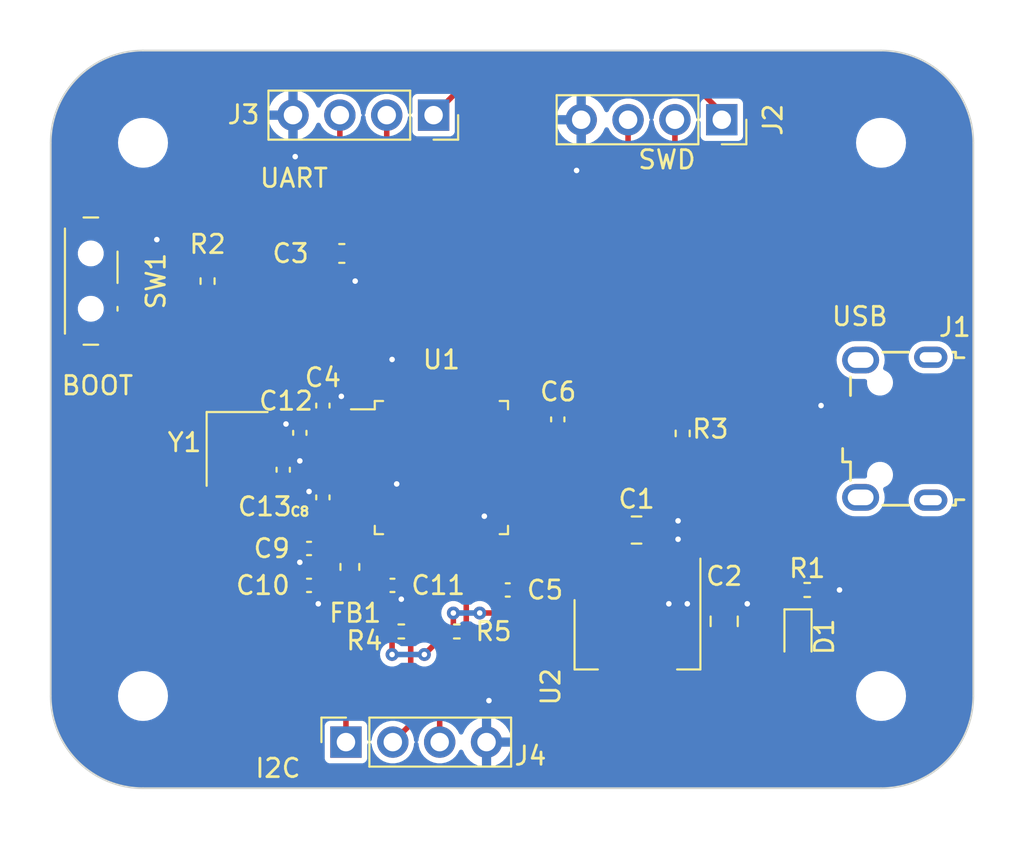
<source format=kicad_pcb>
(kicad_pcb (version 20221018) (generator pcbnew)
  (layers (0 "F.Cu" signal) (31 "B.Cu" power) (34 "B.Paste" user) (35 "F.Paste" user) (36 "B.SilkS" user "B.Silkscreen") (37 "F.SilkS" user "F.Silkscreen") (38 "B.Mask" user) (39 "F.Mask" user) (44 "Edge.Cuts" user))
  (net 0 "")
  (net 1 "+3.3V")
  (net 2 "GND")
  (net 3 "+3.3VA")
  (net 4 "/NRST")
  (net 5 "/HSE_IN")
  (net 6 "/HSE_OUT")
  (net 7 "/PWR_LED_Kathode")
  (net 8 "VBUS")
  (net 9 "/USB_D-")
  (net 10 "/USB_D+")
  (net 13 "/SWDIO")
  (net 14 "/SWCLK")
  (net 15 "/USART1_TX")
  (net 16 "/USART1_RX")
  (net 17 "/I2C2_SCL")
  (net 18 "/I2C2_SDA")
  (net 19 "/SW_BOOT0")
  (net 20 "/BOOT0")
  (footprint "Package_QFP:LQFP-48_7x7mm_P0.5mm" (layer "F.Cu") (at 86.1725 80.1125)
    (fp_text reference "U1" (at 0 -5.85) (layer "F.SilkS"))
    (fp_text value "STM32F103C8T6")
    (fp_line (start -3.61 -3.61) (end -3.61 -3.16) (stroke (width 0.12)) (layer "F.SilkS"))
    (fp_line (start -3.61 -3.16) (end -4.9 -3.16) (stroke (width 0.12)) (layer "F.SilkS"))
    (fp_line (start -3.61 3.61) (end -3.61 3.16) (stroke (width 0.12)) (layer "F.SilkS"))
    (fp_line (start -3.16 -3.61) (end -3.61 -3.61) (stroke (width 0.12)) (layer "F.SilkS"))
    (fp_line (start -3.16 3.61) (end -3.61 3.61) (stroke (width 0.12)) (layer "F.SilkS"))
    (fp_line (start 3.16 -3.61) (end 3.61 -3.61) (stroke (width 0.12)) (layer "F.SilkS"))
    (fp_line (start 3.16 3.61) (end 3.61 3.61) (stroke (width 0.12)) (layer "F.SilkS"))
    (fp_line (start 3.61 -3.61) (end 3.61 -3.16) (stroke (width 0.12)) (layer "F.SilkS"))
    (fp_line (start 3.61 3.61) (end 3.61 3.16) (stroke (width 0.12)) (layer "F.SilkS"))
    (pad "1" smd roundrect (at -4.1625 -2.75) (size 1.475 0.3) (layers "F.Cu" "F.Paste" "F.Mask") (net 1 "+3.3V"))
    (pad "2" smd roundrect (at -4.1625 -2.25) (size 1.475 0.3) (layers "F.Cu" "F.Paste" "F.Mask"))
    (pad "3" smd roundrect (at -4.1625 -1.75) (size 1.475 0.3) (layers "F.Cu" "F.Paste" "F.Mask"))
    (pad "4" smd roundrect (at -4.1625 -1.25) (size 1.475 0.3) (layers "F.Cu" "F.Paste" "F.Mask"))
    (pad "5" smd roundrect (at -4.1625 -0.75) (size 1.475 0.3) (layers "F.Cu" "F.Paste" "F.Mask") (net 5 "/HSE_IN"))
    (pad "6" smd roundrect (at -4.1625 -0.25) (size 1.475 0.3) (layers "F.Cu" "F.Paste" "F.Mask") (net 6 "/HSE_OUT"))
    (pad "7" smd roundrect (at -4.1625 0.25) (size 1.475 0.3) (layers "F.Cu" "F.Paste" "F.Mask") (net 4 "/NRST"))
    (pad "8" smd roundrect (at -4.1625 0.75) (size 1.475 0.3) (layers "F.Cu" "F.Paste" "F.Mask") (net 2 "GND"))
    (pad "9" smd roundrect (at -4.1625 1.25) (size 1.475 0.3) (layers "F.Cu" "F.Paste" "F.Mask") (net 3 "+3.3VA"))
    (pad "10" smd roundrect (at -4.1625 1.75) (size 1.475 0.3) (layers "F.Cu" "F.Paste" "F.Mask"))
    (pad "11" smd roundrect (at -4.1625 2.25) (size 1.475 0.3) (layers "F.Cu" "F.Paste" "F.Mask"))
    (pad "12" smd roundrect (at -4.1625 2.75) (size 1.475 0.3) (layers "F.Cu" "F.Paste" "F.Mask"))
    (pad "13" smd roundrect (at -2.75 4.1625) (size 0.3 1.475) (layers "F.Cu" "F.Paste" "F.Mask"))
    (pad "14" smd roundrect (at -2.25 4.1625) (size 0.3 1.475) (layers "F.Cu" "F.Paste" "F.Mask"))
    (pad "15" smd roundrect (at -1.75 4.1625) (size 0.3 1.475) (layers "F.Cu" "F.Paste" "F.Mask"))
    (pad "16" smd roundrect (at -1.25 4.1625) (size 0.3 1.475) (layers "F.Cu" "F.Paste" "F.Mask"))
    (pad "17" smd roundrect (at -0.75 4.1625) (size 0.3 1.475) (layers "F.Cu" "F.Paste" "F.Mask"))
    (pad "18" smd roundrect (at -0.25 4.1625) (size 0.3 1.475) (layers "F.Cu" "F.Paste" "F.Mask"))
    (pad "19" smd roundrect (at 0.25 4.1625) (size 0.3 1.475) (layers "F.Cu" "F.Paste" "F.Mask"))
    (pad "20" smd roundrect (at 0.75 4.1625) (size 0.3 1.475) (layers "F.Cu" "F.Paste" "F.Mask"))
    (pad "21" smd roundrect (at 1.25 4.1625) (size 0.3 1.475) (layers "F.Cu" "F.Paste" "F.Mask") (net 17 "/I2C2_SCL"))
    (pad "22" smd roundrect (at 1.75 4.1625) (size 0.3 1.475) (layers "F.Cu" "F.Paste" "F.Mask") (net 18 "/I2C2_SDA"))
    (pad "23" smd roundrect (at 2.25 4.1625) (size 0.3 1.475) (layers "F.Cu" "F.Paste" "F.Mask") (net 2 "GND"))
    (pad "24" smd roundrect (at 2.75 4.1625) (size 0.3 1.475) (layers "F.Cu" "F.Paste" "F.Mask") (net 1 "+3.3V"))
    (pad "25" smd roundrect (at 4.1625 2.75) (size 1.475 0.3) (layers "F.Cu" "F.Paste" "F.Mask"))
    (pad "26" smd roundrect (at 4.1625 2.25) (size 1.475 0.3) (layers "F.Cu" "F.Paste" "F.Mask"))
    (pad "27" smd roundrect (at 4.1625 1.75) (size 1.475 0.3) (layers "F.Cu" "F.Paste" "F.Mask"))
    (pad "28" smd roundrect (at 4.1625 1.25) (size 1.475 0.3) (layers "F.Cu" "F.Paste" "F.Mask"))
    (pad "29" smd roundrect (at 4.1625 0.75) (size 1.475 0.3) (layers "F.Cu" "F.Paste" "F.Mask"))
    (pad "30" smd roundrect (at 4.1625 0.25) (size 1.475 0.3) (layers "F.Cu" "F.Paste" "F.Mask"))
    (pad "31" smd roundrect (at 4.1625 -0.25) (size 1.475 0.3) (layers "F.Cu" "F.Paste" "F.Mask"))
    (pad "32" smd roundrect (at 4.1625 -0.75) (size 1.475 0.3) (layers "F.Cu" "F.Paste" "F.Mask") (net 9 "/USB_D-"))
    (pad "33" smd roundrect (at 4.1625 -1.25) (size 1.475 0.3) (layers "F.Cu" "F.Paste" "F.Mask") (net 10 "/USB_D+"))
    (pad "34" smd roundrect (at 4.1625 -1.75) (size 1.475 0.3) (layers "F.Cu" "F.Paste" "F.Mask") (net 13 "/SWDIO"))
    (pad "35" smd roundrect (at 4.1625 -2.25) (size 1.475 0.3) (layers "F.Cu" "F.Paste" "F.Mask") (net 2 "GND"))
    (pad "36" smd roundrect (at 4.1625 -2.75) (size 1.475 0.3) (layers "F.Cu" "F.Paste" "F.Mask") (net 1 "+3.3V"))
    (pad "37" smd roundrect (at 2.75 -4.1625) (size 0.3 1.475) (layers "F.Cu" "F.Paste" "F.Mask") (net 14 "/SWCLK"))
    (pad "38" smd roundrect (at 2.25 -4.1625) (size 0.3 1.475) (layers "F.Cu" "F.Paste" "F.Mask"))
    (pad "39" smd roundrect (at 1.75 -4.1625) (size 0.3 1.475) (layers "F.Cu" "F.Paste" "F.Mask"))
    (pad "40" smd roundrect (at 1.25 -4.1625) (size 0.3 1.475) (layers "F.Cu" "F.Paste" "F.Mask"))
    (pad "41" smd roundrect (at 0.75 -4.1625) (size 0.3 1.475) (layers "F.Cu" "F.Paste" "F.Mask"))
    (pad "42" smd roundrect (at 0.25 -4.1625) (size 0.3 1.475) (layers "F.Cu" "F.Paste" "F.Mask") (net 15 "/USART1_TX"))
    (pad "43" smd roundrect (at -0.25 -4.1625) (size 0.3 1.475) (layers "F.Cu" "F.Paste" "F.Mask") (net 16 "/USART1_RX"))
    (pad "44" smd roundrect (at -0.75 -4.1625) (size 0.3 1.475) (layers "F.Cu" "F.Paste" "F.Mask") (net 20 "/BOOT0"))
    (pad "45" smd roundrect (at -1.25 -4.1625) (size 0.3 1.475) (layers "F.Cu" "F.Paste" "F.Mask"))
    (pad "46" smd roundrect (at -1.75 -4.1625) (size 0.3 1.475) (layers "F.Cu" "F.Paste" "F.Mask"))
    (pad "47" smd roundrect (at -2.25 -4.1625) (size 0.3 1.475) (layers "F.Cu" "F.Paste" "F.Mask") (net 2 "GND"))
    (pad "48" smd roundrect (at -2.75 -4.1625) (size 0.3 1.475) (layers "F.Cu" "F.Paste" "F.Mask") (net 1 "+3.3V"))
  )
  (footprint "Capacitor_SMD:C_0402_1005Metric" (layer "F.Cu") (at 79 84.5 180)
    (fp_text reference "C9" (at 2.02 0) (layer "F.SilkS"))
    (fp_text value "1u")
    (fp_line (start -0.107836 -0.36) (end 0.107836 -0.36) (stroke (width 0.12)) (layer "F.SilkS"))
    (fp_line (start -0.107836 0.36) (end 0.107836 0.36) (stroke (width 0.12)) (layer "F.SilkS"))
    (pad "1" smd roundrect (at -0.48 0 180) (size 0.56 0.62) (layers "F.Cu" "F.Paste" "F.Mask") (net 3 "+3.3VA"))
    (pad "2" smd roundrect (at 0.48 0 180) (size 0.56 0.62) (layers "F.Cu" "F.Paste" "F.Mask") (net 2 "GND"))
  )
  (footprint "Connector_PinSocket_2.54mm:PinSocket_1x04_P2.54mm_Vertical" (layer "F.Cu") (at 85.75 61 -90)
    (fp_text reference "J3" (at -0.025 10.3 -180) (layer "F.SilkS"))
    (fp_text value "Conn_01x04_Pin")
    (fp_line (start -1.33 1.27) (end -1.33 8.95) (stroke (width 0.12)) (layer "F.SilkS"))
    (fp_line (start -1.33 1.27) (end 1.33 1.27) (stroke (width 0.12)) (layer "F.SilkS"))
    (fp_line (start -1.33 8.95) (end 1.33 8.95) (stroke (width 0.12)) (layer "F.SilkS"))
    (fp_line (start 0 -1.33) (end 1.33 -1.33) (stroke (width 0.12)) (layer "F.SilkS"))
    (fp_line (start 1.33 -1.33) (end 1.33 0) (stroke (width 0.12)) (layer "F.SilkS"))
    (fp_line (start 1.33 1.27) (end 1.33 8.95) (stroke (width 0.12)) (layer "F.SilkS"))
    (pad "1" thru_hole rect (at 0 0 270) (size 1.7 1.7) (drill 1) (layers "*.Cu" "*.Mask") (net 1 "+3.3V"))
    (pad "2" thru_hole oval (at 0 2.54 270) (size 1.7 1.7) (drill 1) (layers "*.Cu" "*.Mask") (net 15 "/USART1_TX"))
    (pad "3" thru_hole oval (at 0 5.08 270) (size 1.7 1.7) (drill 1) (layers "*.Cu" "*.Mask") (net 16 "/USART1_RX"))
    (pad "4" thru_hole oval (at 0 7.62 270) (size 1.7 1.7) (drill 1) (layers "*.Cu" "*.Mask") (net 2 "GND"))
  )
  (footprint "MountingHole:MountingHole_2.2mm_M2" (layer "F.Cu") (at 110 62.5)
    (fp_text reference "H3")
    (fp_text value "MountingHole")
    (pad "" np_thru_hole circle (at 0 0) (size 2.2 2.2) (drill 2.2) (layers "*.Cu" "*.Mask"))
  )
  (footprint "Capacitor_SMD:C_0805_2012Metric" (layer "F.Cu") (at 101.5 88.45 90)
    (fp_text reference "C2" (at 2.45 0 180) (layer "F.SilkS"))
    (fp_text value "22u")
    (fp_line (start -0.261252 -0.735) (end 0.261252 -0.735) (stroke (width 0.12)) (layer "F.SilkS"))
    (fp_line (start -0.261252 0.735) (end 0.261252 0.735) (stroke (width 0.12)) (layer "F.SilkS"))
    (pad "1" smd roundrect (at -0.95 0 90) (size 1 1.45) (layers "F.Cu" "F.Paste" "F.Mask") (net 1 "+3.3V"))
    (pad "2" smd roundrect (at 0.95 0 90) (size 1 1.45) (layers "F.Cu" "F.Paste" "F.Mask") (net 2 "GND"))
  )
  (footprint "Capacitor_SMD:C_0402_1005Metric" (layer "F.Cu") (at 92.48 77.5 -90)
    (fp_text reference "C6" (at -1.5 -0.02 -180) (layer "F.SilkS"))
    (fp_text value "100n")
    (fp_line (start -0.107836 -0.36) (end 0.107836 -0.36) (stroke (width 0.12)) (layer "F.SilkS"))
    (fp_line (start -0.107836 0.36) (end 0.107836 0.36) (stroke (width 0.12)) (layer "F.SilkS"))
    (pad "1" smd roundrect (at -0.48 0 270) (size 0.56 0.62) (layers "F.Cu" "F.Paste" "F.Mask") (net 1 "+3.3V"))
    (pad "2" smd roundrect (at 0.48 0 270) (size 0.56 0.62) (layers "F.Cu" "F.Paste" "F.Mask") (net 2 "GND"))
  )
  (footprint "Connector_USB:USB_Micro-B_Wuerth_629105150521" (layer "F.Cu") (at 110.745 78.005 90)
    (fp_text reference "J1" (at 5.505 3.255 180) (layer "F.SilkS"))
    (fp_text value "USB_B_Micro")
    (fp_line (start -4.15 -0.65) (end -4.15 0.75) (stroke (width 0.15)) (layer "F.SilkS"))
    (fp_line (start -4.15 3.15) (end -4.15 3.3) (stroke (width 0.15)) (layer "F.SilkS"))
    (fp_line (start -4.15 3.3) (end -3.85 3.3) (stroke (width 0.15)) (layer "F.SilkS"))
    (fp_line (start -3.85 3.3) (end -3.85 3.75) (stroke (width 0.15)) (layer "F.SilkS"))
    (fp_line (start -1.8 -2.825) (end -1.8 -2.4) (stroke (width 0.15)) (layer "F.SilkS"))
    (fp_line (start -1.8 -2.4) (end -2.8 -2.4) (stroke (width 0.15)) (layer "F.SilkS"))
    (fp_line (start -1.075 -2.825) (end -1.8 -2.825) (stroke (width 0.15)) (layer "F.SilkS"))
    (fp_line (start 1.8 -2.4) (end 2.8 -2.4) (stroke (width 0.15)) (layer "F.SilkS"))
    (fp_line (start 3.85 3.3) (end 4.15 3.3) (stroke (width 0.15)) (layer "F.SilkS"))
    (fp_line (start 3.85 3.75) (end 3.85 3.3) (stroke (width 0.15)) (layer "F.SilkS"))
    (fp_line (start 4.15 0.75) (end 4.15 -0.65) (stroke (width 0.15)) (layer "F.SilkS"))
    (fp_line (start 4.15 3.3) (end 4.15 3.15) (stroke (width 0.15)) (layer "F.SilkS"))
    (pad "" np_thru_hole oval (at -2.5 -0.8 90) (size 0.8 0.8) (drill 0.8) (layers "*.Cu" "*.Mask"))
    (pad "" np_thru_hole oval (at 2.5 -0.8 90) (size 0.8 0.8) (drill 0.8) (layers "*.Cu" "*.Mask"))
    (pad "1" smd rect (at -1.3 -1.9 90) (size 0.45 1.3) (layers "F.Cu" "F.Paste" "F.Mask") (net 8 "VBUS"))
    (pad "2" smd rect (at -0.65 -1.9 90) (size 0.45 1.3) (layers "F.Cu" "F.Paste" "F.Mask") (net 9 "/USB_D-"))
    (pad "3" smd rect (at 0 -1.9 90) (size 0.45 1.3) (layers "F.Cu" "F.Paste" "F.Mask") (net 10 "/USB_D+"))
    (pad "4" smd rect (at 0.65 -1.9 90) (size 0.45 1.3) (layers "F.Cu" "F.Paste" "F.Mask"))
    (pad "5" smd rect (at 1.3 -1.9 90) (size 0.45 1.3) (layers "F.Cu" "F.Paste" "F.Mask") (net 2 "GND"))
    (pad "6" thru_hole oval (at -3.875 1.95 90) (size 1.15 1.8) (drill oval 0.55 1.2) (layers "*.Cu" "*.Mask"))
    (pad "6" thru_hole oval (at -3.725 -1.85 90) (size 1.45 2) (drill oval 0.85 1.4) (layers "*.Cu" "*.Mask"))
    (pad "6" thru_hole oval (at 3.725 -1.85 90) (size 1.45 2) (drill oval 0.85 1.4) (layers "*.Cu" "*.Mask"))
    (pad "6" thru_hole oval (at 3.875 1.95 90) (size 1.15 1.8) (drill oval 0.55 1.2) (layers "*.Cu" "*.Mask"))
  )
  (footprint "Resistor_SMD:R_0402_1005Metric" (layer "F.Cu") (at 73.5 70 90)
    (fp_text reference "R2" (at 2 0 180) (layer "F.SilkS"))
    (fp_text value "10k")
    (fp_line (start -0.153641 -0.38) (end 0.153641 -0.38) (stroke (width 0.12)) (layer "F.SilkS"))
    (fp_line (start -0.153641 0.38) (end 0.153641 0.38) (stroke (width 0.12)) (layer "F.SilkS"))
    (pad "1" smd roundrect (at -0.51 0 90) (size 0.54 0.64) (layers "F.Cu" "F.Paste" "F.Mask") (net 19 "/SW_BOOT0"))
    (pad "2" smd roundrect (at 0.51 0 90) (size 0.54 0.64) (layers "F.Cu" "F.Paste" "F.Mask") (net 20 "/BOOT0"))
  )
  (footprint "Capacitor_SMD:C_0402_1005Metric" (layer "F.Cu") (at 79.75 76.75 90)
    (fp_text reference "C4" (at 1.52 0 180) (layer "F.SilkS"))
    (fp_text value "100n")
    (fp_line (start -0.107836 -0.36) (end 0.107836 -0.36) (stroke (width 0.12)) (layer "F.SilkS"))
    (fp_line (start -0.107836 0.36) (end 0.107836 0.36) (stroke (width 0.12)) (layer "F.SilkS"))
    (pad "1" smd roundrect (at -0.48 0 90) (size 0.56 0.62) (layers "F.Cu" "F.Paste" "F.Mask") (net 1 "+3.3V"))
    (pad "2" smd roundrect (at 0.48 0 90) (size 0.56 0.62) (layers "F.Cu" "F.Paste" "F.Mask") (net 2 "GND"))
  )
  (footprint "MountingHole:MountingHole_2.2mm_M2" (layer "F.Cu") (at 70 92.5)
    (fp_text reference "H1")
    (fp_text value "MountingHole")
    (pad "" np_thru_hole circle (at 0 0) (size 2.2 2.2) (drill 2.2) (layers "*.Cu" "*.Mask"))
  )
  (footprint "Resistor_SMD:R_0402_1005Metric" (layer "F.Cu") (at 99.25 78.26 -90)
    (fp_text reference "R3" (at -0.24 -1.5 -180) (layer "F.SilkS"))
    (fp_text value "1.5k")
    (fp_line (start -0.153641 -0.38) (end 0.153641 -0.38) (stroke (width 0.12)) (layer "F.SilkS"))
    (fp_line (start -0.153641 0.38) (end 0.153641 0.38) (stroke (width 0.12)) (layer "F.SilkS"))
    (pad "1" smd roundrect (at -0.51 0 270) (size 0.54 0.64) (layers "F.Cu" "F.Paste" "F.Mask") (net 1 "+3.3V"))
    (pad "2" smd roundrect (at 0.51 0 270) (size 0.54 0.64) (layers "F.Cu" "F.Paste" "F.Mask") (net 10 "/USB_D+"))
  )
  (footprint "LED_SMD:LED_0603_1608Metric" (layer "F.Cu") (at 105.5 89.2875 -90)
    (fp_text reference "D1" (at 0 -1.43 90) (layer "F.SilkS"))
    (fp_text value "RED")
    (fp_line (start -1.485 -0.735) (end -1.485 0.735) (stroke (width 0.12)) (layer "F.SilkS"))
    (fp_line (start -1.485 0.735) (end 0.8 0.735) (stroke (width 0.12)) (layer "F.SilkS"))
    (fp_line (start 0.8 -0.735) (end -1.485 -0.735) (stroke (width 0.12)) (layer "F.SilkS"))
    (pad "1" smd roundrect (at -0.7875 0 270) (size 0.875 0.95) (layers "F.Cu" "F.Paste" "F.Mask") (net 7 "/PWR_LED_Kathode"))
    (pad "2" smd roundrect (at 0.7875 0 270) (size 0.875 0.95) (layers "F.Cu" "F.Paste" "F.Mask") (net 1 "+3.3V"))
  )
  (footprint "Package_TO_SOT_SMD:SOT-223-3_TabPin2" (layer "F.Cu") (at 96.8 89.15 -90)
    (fp_text reference "U2" (at 2.85 4.7 90) (layer "F.SilkS"))
    (fp_text value "AMS1117-3.3")
    (fp_line (start -4.1 -3.41) (end 1.91 -3.41) (stroke (width 0.12)) (layer "F.SilkS"))
    (fp_line (start -1.85 3.41) (end 1.91 3.41) (stroke (width 0.12)) (layer "F.SilkS"))
    (fp_line (start 1.91 -3.41) (end 1.91 -2.15) (stroke (width 0.12)) (layer "F.SilkS"))
    (fp_line (start 1.91 3.41) (end 1.91 2.15) (stroke (width 0.12)) (layer "F.SilkS"))
    (pad "1" smd rect (at -3.15 -2.3 270) (size 2 1.5) (layers "F.Cu" "F.Paste" "F.Mask") (net 2 "GND"))
    (pad "2" smd rect (at -3.15 0 270) (size 2 1.5) (layers "F.Cu" "F.Paste" "F.Mask") (net 1 "+3.3V"))
    (pad "2" smd rect (at 3.15 0 270) (size 2 3.8) (layers "F.Cu" "F.Paste" "F.Mask") (net 1 "+3.3V"))
    (pad "3" smd rect (at -3.15 2.3 270) (size 2 1.5) (layers "F.Cu" "F.Paste" "F.Mask") (net 8 "VBUS"))
  )
  (footprint "Capacitor_SMD:C_0603_1608Metric" (layer "F.Cu") (at 80.775 68.5)
    (fp_text reference "C3" (at -2.775 0) (layer "F.SilkS"))
    (fp_text value "10u")
    (fp_line (start -0.14058 -0.51) (end 0.14058 -0.51) (stroke (width 0.12)) (layer "F.SilkS"))
    (fp_line (start -0.14058 0.51) (end 0.14058 0.51) (stroke (width 0.12)) (layer "F.SilkS"))
    (pad "1" smd roundrect (at -0.775 0) (size 0.9 0.95) (layers "F.Cu" "F.Paste" "F.Mask") (net 1 "+3.3V"))
    (pad "2" smd roundrect (at 0.775 0) (size 0.9 0.95) (layers "F.Cu" "F.Paste" "F.Mask") (net 2 "GND"))
  )
  (footprint "Connector_PinSocket_2.54mm:PinSocket_1x04_P2.54mm_Vertical" (layer "F.Cu") (at 81 95 90)
    (fp_text reference "J4" (at -0.75 10 180) (layer "F.SilkS"))
    (fp_text value "Conn_01x04_Pin")
    (fp_line (start -1.33 1.27) (end -1.33 8.95) (stroke (width 0.12)) (layer "F.SilkS"))
    (fp_line (start -1.33 1.27) (end 1.33 1.27) (stroke (width 0.12)) (layer "F.SilkS"))
    (fp_line (start -1.33 8.95) (end 1.33 8.95) (stroke (width 0.12)) (layer "F.SilkS"))
    (fp_line (start 0 -1.33) (end 1.33 -1.33) (stroke (width 0.12)) (layer "F.SilkS"))
    (fp_line (start 1.33 -1.33) (end 1.33 0) (stroke (width 0.12)) (layer "F.SilkS"))
    (fp_line (start 1.33 1.27) (end 1.33 8.95) (stroke (width 0.12)) (layer "F.SilkS"))
    (pad "1" thru_hole rect (at 0 0 90) (size 1.7 1.7) (drill 1) (layers "*.Cu" "*.Mask") (net 1 "+3.3V"))
    (pad "2" thru_hole oval (at 0 2.54 90) (size 1.7 1.7) (drill 1) (layers "*.Cu" "*.Mask") (net 17 "/I2C2_SCL"))
    (pad "3" thru_hole oval (at 0 5.08 90) (size 1.7 1.7) (drill 1) (layers "*.Cu" "*.Mask") (net 18 "/I2C2_SDA"))
    (pad "4" thru_hole oval (at 0 7.62 90) (size 1.7 1.7) (drill 1) (layers "*.Cu" "*.Mask") (net 2 "GND"))
  )
  (footprint "Crystal:Crystal_SMD_3225-4Pin_3.2x2.5mm" (layer "F.Cu") (at 75.1 79.1 -90)
    (fp_text reference "Y1" (at -0.35 2.85 -180) (layer "F.SilkS"))
    (fp_text value "16MHz")
    (fp_line (start -2 -1.65) (end -2 1.65) (stroke (width 0.12)) (layer "F.SilkS"))
    (fp_line (start -2 1.65) (end 2 1.65) (stroke (width 0.12)) (layer "F.SilkS"))
    (pad "1" smd rect (at -1.1 0.85 270) (size 1.4 1.2) (layers "F.Cu" "F.Paste" "F.Mask") (net 5 "/HSE_IN"))
    (pad "2" smd rect (at 1.1 0.85 270) (size 1.4 1.2) (layers "F.Cu" "F.Paste" "F.Mask") (net 2 "GND"))
    (pad "3" smd rect (at 1.1 -0.85 270) (size 1.4 1.2) (layers "F.Cu" "F.Paste" "F.Mask") (net 6 "/HSE_OUT"))
    (pad "4" smd rect (at -1.1 -0.85 270) (size 1.4 1.2) (layers "F.Cu" "F.Paste" "F.Mask") (net 2 "GND"))
  )
  (footprint "Capacitor_SMD:C_0402_1005Metric" (layer "F.Cu") (at 79 86.5)
    (fp_text reference "C10" (at -2.5 0) (layer "F.SilkS"))
    (fp_text value "1u")
    (fp_line (start -0.107836 -0.36) (end 0.107836 -0.36) (stroke (width 0.12)) (layer "F.SilkS"))
    (fp_line (start -0.107836 0.36) (end 0.107836 0.36) (stroke (width 0.12)) (layer "F.SilkS"))
    (pad "1" smd roundrect (at -0.48 0) (size 0.56 0.62) (layers "F.Cu" "F.Paste" "F.Mask") (net 1 "+3.3V"))
    (pad "2" smd roundrect (at 0.48 0) (size 0.56 0.62) (layers "F.Cu" "F.Paste" "F.Mask") (net 2 "GND"))
  )
  (footprint "Capacitor_SMD:C_0402_1005Metric" (layer "F.Cu") (at 89.77 86.75 180)
    (fp_text reference "C5" (at -2.02 0) (layer "F.SilkS"))
    (fp_text value "100n")
    (fp_line (start -0.107836 -0.36) (end 0.107836 -0.36) (stroke (width 0.12)) (layer "F.SilkS"))
    (fp_line (start -0.107836 0.36) (end 0.107836 0.36) (stroke (width 0.12)) (layer "F.SilkS"))
    (pad "1" smd roundrect (at -0.48 0 180) (size 0.56 0.62) (layers "F.Cu" "F.Paste" "F.Mask") (net 1 "+3.3V"))
    (pad "2" smd roundrect (at 0.48 0 180) (size 0.56 0.62) (layers "F.Cu" "F.Paste" "F.Mask") (net 2 "GND"))
  )
  (footprint "Connector_PinSocket_2.54mm:PinSocket_1x04_P2.54mm_Vertical" (layer "F.Cu") (at 101.37 61.25 -90)
    (fp_text reference "J2" (at 0 -2.77 90) (layer "F.SilkS"))
    (fp_text value "Conn_01x04_Pin")
    (fp_line (start -1.33 1.27) (end -1.33 8.95) (stroke (width 0.12)) (layer "F.SilkS"))
    (fp_line (start -1.33 1.27) (end 1.33 1.27) (stroke (width 0.12)) (layer "F.SilkS"))
    (fp_line (start -1.33 8.95) (end 1.33 8.95) (stroke (width 0.12)) (layer "F.SilkS"))
    (fp_line (start 0 -1.33) (end 1.33 -1.33) (stroke (width 0.12)) (layer "F.SilkS"))
    (fp_line (start 1.33 -1.33) (end 1.33 0) (stroke (width 0.12)) (layer "F.SilkS"))
    (fp_line (start 1.33 1.27) (end 1.33 8.95) (stroke (width 0.12)) (layer "F.SilkS"))
    (pad "1" thru_hole rect (at 0 0 270) (size 1.7 1.7) (drill 1) (layers "*.Cu" "*.Mask") (net 1 "+3.3V"))
    (pad "2" thru_hole oval (at 0 2.54 270) (size 1.7 1.7) (drill 1) (layers "*.Cu" "*.Mask") (net 13 "/SWDIO"))
    (pad "3" thru_hole oval (at 0 5.08 270) (size 1.7 1.7) (drill 1) (layers "*.Cu" "*.Mask") (net 14 "/SWCLK"))
    (pad "4" thru_hole oval (at 0 7.62 270) (size 1.7 1.7) (drill 1) (layers "*.Cu" "*.Mask") (net 2 "GND"))
  )
  (footprint "Resistor_SMD:R_0402_1005Metric" (layer "F.Cu") (at 106 86.75)
    (fp_text reference "R1" (at 0 -1.17) (layer "F.SilkS"))
    (fp_text value "1.5k")
    (fp_line (start -0.153641 -0.38) (end 0.153641 -0.38) (stroke (width 0.12)) (layer "F.SilkS"))
    (fp_line (start -0.153641 0.38) (end 0.153641 0.38) (stroke (width 0.12)) (layer "F.SilkS"))
    (pad "1" smd roundrect (at -0.51 0) (size 0.54 0.64) (layers "F.Cu" "F.Paste" "F.Mask") (net 7 "/PWR_LED_Kathode"))
    (pad "2" smd roundrect (at 0.51 0) (size 0.54 0.64) (layers "F.Cu" "F.Paste" "F.Mask") (net 2 "GND"))
  )
  (footprint "Capacitor_SMD:C_0402_1005Metric" (layer "F.Cu") (at 79.75 81.73 90)
    (fp_text reference "C8" (at -0.77 -1.25 180) (layer "F.SilkS") (effects (font (size 0.5 0.5) (thickness 0.125))))
    (fp_text value "10n")
    (fp_line (start -0.107836 -0.36) (end 0.107836 -0.36) (stroke (width 0.12)) (layer "F.SilkS"))
    (fp_line (start -0.107836 0.36) (end 0.107836 0.36) (stroke (width 0.12)) (layer "F.SilkS"))
    (pad "1" smd roundrect (at -0.48 0 90) (size 0.56 0.62) (layers "F.Cu" "F.Paste" "F.Mask") (net 3 "+3.3VA"))
    (pad "2" smd roundrect (at 0.48 0 90) (size 0.56 0.62) (layers "F.Cu" "F.Paste" "F.Mask") (net 2 "GND"))
  )
  (footprint "Capacitor_SMD:C_0402_1005Metric" (layer "F.Cu") (at 77.6 80.23 90)
    (fp_text reference "C13" (at -2 -1 180) (layer "F.SilkS"))
    (fp_text value "10p")
    (fp_line (start -0.107836 -0.36) (end 0.107836 -0.36) (stroke (width 0.12)) (layer "F.SilkS"))
    (fp_line (start -0.107836 0.36) (end 0.107836 0.36) (stroke (width 0.12)) (layer "F.SilkS"))
    (pad "1" smd roundrect (at -0.48 0 90) (size 0.56 0.62) (layers "F.Cu" "F.Paste" "F.Mask") (net 6 "/HSE_OUT"))
    (pad "2" smd roundrect (at 0.48 0 90) (size 0.56 0.62) (layers "F.Cu" "F.Paste" "F.Mask") (net 2 "GND"))
  )
  (footprint "Inductor_SMD:L_0603_1608Metric" (layer "F.Cu") (at 81.2125 85.5 90)
    (fp_text reference "FB1" (at -2.5 0.2875) (layer "F.SilkS"))
    (fp_text value "120R")
    (fp_line (start -0.162779 -0.51) (end 0.162779 -0.51) (stroke (width 0.12)) (layer "F.SilkS"))
    (fp_line (start -0.162779 0.51) (end 0.162779 0.51) (stroke (width 0.12)) (layer "F.SilkS"))
    (pad "1" smd roundrect (at -0.7875 0 90) (size 0.875 0.95) (layers "F.Cu" "F.Paste" "F.Mask") (net 1 "+3.3V"))
    (pad "2" smd roundrect (at 0.7875 0 90) (size 0.875 0.95) (layers "F.Cu" "F.Paste" "F.Mask") (net 3 "+3.3VA"))
  )
  (footprint "Capacitor_SMD:C_0805_2012Metric" (layer "F.Cu") (at 96.75 83.5)
    (fp_text reference "C1" (at 0 -1.68) (layer "F.SilkS"))
    (fp_text value "22u")
    (fp_line (start -0.261252 -0.735) (end 0.261252 -0.735) (stroke (width 0.12)) (layer "F.SilkS"))
    (fp_line (start -0.261252 0.735) (end 0.261252 0.735) (stroke (width 0.12)) (layer "F.SilkS"))
    (pad "1" smd roundrect (at -0.95 0) (size 1 1.45) (layers "F.Cu" "F.Paste" "F.Mask") (net 8 "VBUS"))
    (pad "2" smd roundrect (at 0.95 0) (size 1 1.45) (layers "F.Cu" "F.Paste" "F.Mask") (net 2 "GND"))
  )
  (footprint "Resistor_SMD:R_0402_1005Metric" (layer "F.Cu") (at 87.01 89)
    (fp_text reference "R5" (at 1.99 0) (layer "F.SilkS"))
    (fp_text value "1.5k")
    (fp_line (start -0.153641 -0.38) (end 0.153641 -0.38) (stroke (width 0.12)) (layer "F.SilkS"))
    (fp_line (start -0.153641 0.38) (end 0.153641 0.38) (stroke (width 0.12)) (layer "F.SilkS"))
    (pad "1" smd roundrect (at -0.51 0) (size 0.54 0.64) (layers "F.Cu" "F.Paste" "F.Mask") (net 1 "+3.3V"))
    (pad "2" smd roundrect (at 0.51 0) (size 0.54 0.64) (layers "F.Cu" "F.Paste" "F.Mask") (net 18 "/I2C2_SDA"))
  )
  (footprint "Button_Switch_SMD:SW_SPDT_PCM12" (layer "F.Cu") (at 67.5 70 -90)
    (fp_text reference "SW1" (at 0 -3.2 90) (layer "F.SilkS"))
    (fp_text value "SW_SPDT")
    (fp_line (start -3.45 -0.07) (end -3.45 0.72) (stroke (width 0.12)) (layer "F.SilkS"))
    (fp_line (start -2.85 1.73) (end 2.85 1.73) (stroke (width 0.12)) (layer "F.SilkS"))
    (fp_line (start -1.6 -1.12) (end 0.1 -1.12) (stroke (width 0.12)) (layer "F.SilkS"))
    (fp_line (start 1.4 -1.12) (end 1.6 -1.12) (stroke (width 0.12)) (layer "F.SilkS"))
    (fp_line (start 3.45 0.72) (end 3.45 -0.07) (stroke (width 0.12)) (layer "F.SilkS"))
    (pad "" smd rect (at -3.65 -0.78 270) (size 1 0.8) (layers "F.Cu" "F.Paste" "F.Mask"))
    (pad "" smd rect (at -3.65 1.43 270) (size 1 0.8) (layers "F.Cu" "F.Paste" "F.Mask"))
    (pad "" np_thru_hole circle (at -1.5 0.33 270) (size 0.9 0.9) (drill 0.9) (layers "*.Cu" "*.Mask"))
    (pad "" np_thru_hole circle (at 1.5 0.33 270) (size 0.9 0.9) (drill 0.9) (layers "*.Cu" "*.Mask"))
    (pad "" smd rect (at 3.65 -0.78 270) (size 1 0.8) (layers "F.Cu" "F.Paste" "F.Mask"))
    (pad "" smd rect (at 3.65 1.43 270) (size 1 0.8) (layers "F.Cu" "F.Paste" "F.Mask"))
    (pad "1" smd rect (at -2.25 -1.43 270) (size 0.7 1.5) (layers "F.Cu" "F.Paste" "F.Mask") (net 2 "GND"))
    (pad "2" smd rect (at 0.75 -1.43 270) (size 0.7 1.5) (layers "F.Cu" "F.Paste" "F.Mask") (net 19 "/SW_BOOT0"))
    (pad "3" smd rect (at 2.25 -1.43 270) (size 0.7 1.5) (layers "F.Cu" "F.Paste" "F.Mask") (net 1 "+3.3V"))
  )
  (footprint "MountingHole:MountingHole_2.2mm_M2" (layer "F.Cu") (at 70 62.5)
    (fp_text reference "H4")
    (fp_text value "MountingHole")
    (pad "" np_thru_hole circle (at 0 0) (size 2.2 2.2) (drill 2.2) (layers "*.Cu" "*.Mask"))
  )
  (footprint "Capacitor_SMD:C_0402_1005Metric" (layer "F.Cu") (at 78.5 78.23 90)
    (fp_text reference "C12" (at 1.73 -0.75 180) (layer "F.SilkS"))
    (fp_text value "10p")
    (fp_line (start -0.107836 -0.36) (end 0.107836 -0.36) (stroke (width 0.12)) (layer "F.SilkS"))
    (fp_line (start -0.107836 0.36) (end 0.107836 0.36) (stroke (width 0.12)) (layer "F.SilkS"))
    (pad "1" smd roundrect (at -0.48 0 90) (size 0.56 0.62) (layers "F.Cu" "F.Paste" "F.Mask") (net 5 "/HSE_IN"))
    (pad "2" smd roundrect (at 0.48 0 90) (size 0.56 0.62) (layers "F.Cu" "F.Paste" "F.Mask") (net 2 "GND"))
  )
  (footprint "Capacitor_SMD:C_0402_1005Metric" (layer "F.Cu") (at 83.52 86.5)
    (fp_text reference "C11" (at 2.48 0) (layer "F.SilkS"))
    (fp_text value "100n")
    (fp_line (start -0.107836 -0.36) (end 0.107836 -0.36) (stroke (width 0.12)) (layer "F.SilkS"))
    (fp_line (start -0.107836 0.36) (end 0.107836 0.36) (stroke (width 0.12)) (layer "F.SilkS"))
    (pad "1" smd roundrect (at -0.48 0) (size 0.56 0.62) (layers "F.Cu" "F.Paste" "F.Mask") (net 4 "/NRST"))
    (pad "2" smd roundrect (at 0.48 0) (size 0.56 0.62) (layers "F.Cu" "F.Paste" "F.Mask") (net 2 "GND"))
  )
  (footprint "MountingHole:MountingHole_2.2mm_M2" (layer "F.Cu") (at 110 92.5)
    (fp_text reference "H2")
    (fp_text value "MountingHole")
    (pad "" np_thru_hole circle (at 0 0) (size 2.2 2.2) (drill 2.2) (layers "*.Cu" "*.Mask"))
  )
  (footprint "Resistor_SMD:R_0402_1005Metric" (layer "F.Cu") (at 84 89)
    (fp_text reference "R4" (at -2 0.5) (layer "F.SilkS"))
    (fp_text value "1.5k")
    (fp_line (start -0.153641 -0.38) (end 0.153641 -0.38) (stroke (width 0.12)) (layer "F.SilkS"))
    (fp_line (start -0.153641 0.38) (end 0.153641 0.38) (stroke (width 0.12)) (layer "F.SilkS"))
    (pad "1" smd roundrect (at -0.51 0) (size 0.54 0.64) (layers "F.Cu" "F.Paste" "F.Mask") (net 1 "+3.3V"))
    (pad "2" smd roundrect (at 0.51 0) (size 0.54 0.64) (layers "F.Cu" "F.Paste" "F.Mask") (net 17 "/I2C2_SCL"))
  )
  (gr_line (start 70 57.5) (end 110 57.5) (stroke (width 0.1)) (layer "Edge.Cuts"))
  (gr_line (start 110 97.5) (end 70 97.5) (stroke (width 0.1)) (layer "Edge.Cuts"))
  (gr_arc (start 110 57.5) (mid 113.535534 58.964466) (end 115 62.5) (stroke (width 0.1)) (layer "Edge.Cuts"))
  (gr_arc (start 70 97.5) (mid 66.464466 96.035534) (end 65 92.5) (stroke (width 0.1)) (layer "Edge.Cuts"))
  (gr_line (start 115 92.5) (end 115 62.5) (stroke (width 0.1)) (layer "Edge.Cuts"))
  (gr_arc (start 115 92.5) (mid 113.535534 96.035534) (end 110 97.5) (stroke (width 0.1)) (layer "Edge.Cuts"))
  (gr_line (start 65 92.5) (end 65 62.5) (stroke (width 0.1)) (layer "Edge.Cuts"))
  (gr_arc (start 65 62.5) (mid 66.464466 58.964466) (end 70 57.5) (stroke (width 0.1)) (layer "Edge.Cuts"))
  (gr_text "Joshua's Custom PCB\n" (at 65.5 86.75) (layer "F.Cu") (effects (font (size 0.5 0.5) (thickness 0.125) bold) (justify left bottom)))
  (gr_text "USB" (at 107.25 72.5) (layer "F.SilkS") (effects (font (size 1 1)) (justify left bottom)))
  (gr_text "BOOT" (at 65.5 76.25) (layer "F.SilkS") (effects (font (size 1 1)) (justify left bottom)))
  (gr_text "SWD" (at 96.75 64) (layer "F.SilkS") (effects (font (size 1 1)) (justify left bottom)))
  (gr_text "UART\n" (at 76.25 65) (layer "F.SilkS") (effects (font (size 1 1)) (justify left bottom)))
  (gr_text "I2C" (at 76 97) (layer "F.SilkS") (effects (font (size 1 1)) (justify left bottom)))
  (segment (start 91.1375 77.3625) (end 91.75 76.75) (width 0.3) (layer "F.Cu") (net 1))
  (segment (start 93.75 95.25) (end 105.25 95.25) (width 0.3) (layer "F.Cu") (net 1))
  (segment (start 83.49 88.565) (end 81.2125 86.2875) (width 0.3) (layer "F.Cu") (net 1))
  (segment (start 79.9025 77.3625) (end 79.75 77.21) (width 0.3) (layer "F.Cu") (net 1))
  (segment (start 85.75 61) (end 87.75 59) (width 0.3) (layer "F.Cu") (net 1))
  (segment (start 78.52 86.5) (end 78.52 88.23) (width 0.3) (layer "F.Cu") (net 1))
  (segment (start 93 94.5) (end 93.75 95.25) (width 0.3) (layer "F.Cu") (net 1))
  (segment (start 81 88.25) (end 81 95) (width 0.3) (layer "F.Cu") (net 1))
  (segment (start 86.8205 88.6795) (end 86.5 89) (width 0.3) (layer "F.Cu") (net 1))
  (segment (start 87.75 59) (end 99.5 59) (width 0.3) (layer "F.Cu") (net 1))
  (segment (start 93 90.75) (end 93 94.5) (width 0.3) (layer "F.Cu") (net 1))
  (segment (start 90.25 86.75) (end 90.25 88) (width 0.3) (layer "F.Cu") (net 1))
  (segment (start 90.335 77.3625) (end 91.1375 77.3625) (width 0.3) (layer "F.Cu") (net 1))
  (segment (start 86.5 89) (end 85.25 90.25) (width 0.3) (layer "F.Cu") (net 1))
  (segment (start 76.25 72.25) (end 68.93 72.25) (width 0.3) (layer "F.Cu") (net 1))
  (segment (start 89 85.5) (end 89.042965 85.5) (width 0.3) (layer "F.Cu") (net 1))
  (segment (start 76.25 73.772965) (end 76.25 72.25) (width 0.3) (layer "F.Cu") (net 1))
  (segment (start 79.75 77.23) (end 79.707035 77.23) (width 0.3) (layer "F.Cu") (net 1))
  (segment (start 79.707035 77.23) (end 76.25 73.772965) (width 0.3) (layer "F.Cu") (net 1))
  (segment (start 81.2125 86.2875) (end 81 86.5) (width 0.3) (layer "F.Cu") (net 1))
  (segment (start 83.5 90.25) (end 83.5 89.01) (width 0.3) (layer "F.Cu") (net 1))
  (segment (start 104.825 89.4) (end 105.5 90.075) (width 0.5) (layer "F.Cu") (net 1))
  (segment (start 89.042965 85.5) (end 90.25 86.707035) (width 0.3) (layer "F.Cu") (net 1))
  (segment (start 99.25 77.75) (end 98.52 77.02) (width 0.3) (layer "F.Cu") (net 1))
  (segment (start 88.9225 85.4225) (end 89 85.5) (width 0.3) (layer "F.Cu") (net 1))
  (segment (start 99.5 59) (end 101.37 60.87) (width 0.3) (layer "F.Cu") (net 1))
  (segment (start 103.25 89.4) (end 103.5 89.4) (width 0.5) (layer "F.Cu") (net 1))
  (segment (start 78.625 71.1525) (end 78.625 69.875) (width 0.3) (layer "F.Cu") (net 1))
  (segment (start 86.8205 88) (end 86.8205 88.6795) (width 0.3) (layer "F.Cu") (net 1))
  (segment (start 81 86.5) (end 81 88.25) (width 0.3) (layer "F.Cu") (net 1))
  (segment (start 103.5 89.4) (end 104.825 89.4) (width 0.5) (layer "F.Cu") (net 1))
  (segment (start 105.25 95.25) (end 105.25 90.325) (width 0.3) (layer "F.Cu") (net 1))
  (segment (start 90.25 86.707035) (end 90.25 86.75) (width 0.3) (layer "F.Cu") (net 1))
  (segment (start 90.25 88) (end 93 90.75) (width 0.3) (layer "F.Cu") (net 1))
  (segment (start 101.37 60.87) (end 101.37 61.25) (width 0.3) (layer "F.Cu") (net 1))
  (segment (start 83.49 89) (end 83.49 88.565) (width 0.3) (layer "F.Cu") (net 1))
  (segment (start 90.25 88) (end 88.25 88) (width 0.3) (layer "F.Cu") (net 1))
  (segment (start 78.5 88.25) (end 81 88.25) (width 0.3) (layer "F.Cu") (net 1))
  (segment (start 82.01 77.3625) (end 79.9025 77.3625) (width 0.3) (layer "F.Cu") (net 1))
  (segment (start 105.25 90.325) (end 105.5 90.075) (width 0.3) (layer "F.Cu") (net 1))
  (segment (start 78.52 88.23) (end 78.5 88.25) (width 0.3) (layer "F.Cu") (net 1))
  (segment (start 83.4225 75.95) (end 78.625 71.1525) (width 0.3) (layer "F.Cu") (net 1))
  (segment (start 101.5 89.4) (end 103.25 89.4) (width 0.5) (layer "F.Cu") (net 1))
  (segment (start 78.625 69.875) (end 76.25 72.25) (width 0.3) (layer "F.Cu") (net 1))
  (segment (start 98.52 77.02) (end 92.48 77.02) (width 0.3) (layer "F.Cu") (net 1))
  (segment (start 92.02 77.02) (end 92.48 77.02) (width 0.3) (layer "F.Cu") (net 1))
  (segment (start 91.75 76.75) (end 92.02 77.02) (width 0.3) (layer "F.Cu") (net 1))
  (segment (start 80 68.5) (end 78.625 69.875) (width 0.3) (layer "F.Cu") (net 1))
  (segment (start 88.9225 84.275) (end 88.9225 85.4225) (width 0.3) (layer "F.Cu") (net 1))
  (segment (start 83.5 89.01) (end 83.49 89) (width 0.3) (layer "F.Cu") (net 1))
  (via (at 83.5 90.25) (size 0.7) (drill 0.3) (layers "F.Cu" "B.Cu") (net 1))
  (via (at 85.25 90.25) (size 0.7) (drill 0.3) (layers "F.Cu" "B.Cu") (net 1))
  (via (at 88.25 88) (size 0.7) (drill 0.3) (layers "F.Cu" "B.Cu") (net 1))
  (via (at 86.8205 88) (size 0.7) (drill 0.3) (layers "F.Cu" "B.Cu") (net 1))
  (segment (start 85.25 90.25) (end 83.5 90.25) (width 0.3) (layer "B.Cu") (net 1))
  (segment (start 88.25 88) (end 86.8205 88) (width 0.3) (layer "B.Cu") (net 1))
  (segment (start 88.4225 82.8275) (end 88.5 82.75) (width 0.3) (layer "F.Cu") (net 2))
  (segment (start 80.1375 80.8625) (end 79.75 81.25) (width 0.3) (layer "F.Cu") (net 2))
  (segment (start 79.48 87.48) (end 79.5 87.5) (width 0.5) (layer "F.Cu") (net 2))
  (segment (start 78.52 84.5) (end 78.52 85.23) (width 0.5) (layer "F.Cu") (net 2))
  (segment (start 88.4225 84.275) (end 88.4225 82.8275) (width 0.3) (layer "F.Cu") (net 2))
  (segment (start 78.5 77.75) (end 77.75 77.75) (width 0.3) (layer "F.Cu") (net 2))
  (segment (start 79.75 76.27) (end 80.73 76.27) (width 0.3) (layer "F.Cu") (net 2))
  (segment (start 83.9225 75.95) (end 83.9225 74.6725) (width 0.3) (layer "F.Cu") (net 2))
  (segment (start 83.6125 80.8625) (end 83.75 81) (width 0.3) (layer "F.Cu") (net 2))
  (segment (start 88.4225 84.275) (end 88.4225 85.8825) (width 0.3) (layer "F.Cu") (net 2))
  (segment (start 80.73 76.27) (end 80.75 76.25) (width 0.3) (layer "F.Cu") (net 2))
  (segment (start 91.5 78) (end 91.52 77.98) (width 0.3) (layer "F.Cu") (net 2))
  (segment (start 106.5 86.75) (end 107.75 86.75) (width 0.5) (layer "F.Cu") (net 2))
  (segment (start 78.52 85.23) (end 78.5 85.25) (width 0.5) (layer "F.Cu") (net 2))
  (segment (start 79.48 86.5) (end 79.48 87.48) (width 0.5) (layer "F.Cu") (net 2))
  (segment (start 84 86.5) (end 84 87.25) (width 0.5) (layer "F.Cu") (net 2))
  (segment (start 82.01 80.8625) (end 83.6125 80.8625) (width 0.3) (layer "F.Cu") (net 2))
  (segment (start 77.6 79.75) (end 78.5 79.75) (width 0.3) (layer "F.Cu") (net 2))
  (segment (start 82.01 80.8625) (end 80.1375 80.8625) (width 0.3) (layer "F.Cu") (net 2))
  (segment (start 68.93 67.75) (end 70.75 67.75) (width 0.5) (layer "F.Cu") (net 2))
  (segment (start 83.9225 74.6725) (end 83.5 74.25) (width 0.3) (layer "F.Cu") (net 2))
  (segment (start 81.55 68.5) (end 81.55 69.95) (width 0.5) (layer "F.Cu") (net 2))
  (segment (start 79.75 81.25) (end 79.1595 81.25) (width 0.3) (layer "F.Cu") (net 2))
  (segment (start 108.845 76.705) (end 106.795 76.705) (width 0.3) (layer "F.Cu") (net 2))
  (segment (start 90.335 77.8625) (end 91.3625 77.8625) (width 0.3) (layer "F.Cu") (net 2))
  (segment (start 81.55 69.95) (end 81.5 70) (width 0.5) (layer "F.Cu") (net 2))
  (segment (start 91.3625 77.8625) (end 91.5 78) (width 0.3) (layer "F.Cu") (net 2))
  (segment (start 88.62 92.88) (end 88.75 92.75) (width 0.3) (layer "F.Cu") (net 2))
  (segment (start 88.62 95) (end 88.62 92.88) (width 0.3) (layer "F.Cu") (net 2))
  (segment (start 88.4225 85.8825) (end 89.29 86.75) (width 0.3) (layer "F.Cu") (net 2))
  (segment (start 106.795 76.705) (end 106.75 76.75) (width 0.3) (layer "F.Cu") (net 2))
  (segment (start 91.52 77.98) (end 92.48 77.98) (width 0.3) (layer "F.Cu") (net 2))
  (segment (start 79.1595 81.25) (end 79 81.4095) (width 0.3) (layer "F.Cu") (net 2))
  (via (at 78.5 79.75) (size 0.7) (drill 0.3) (layers "F.Cu" "B.Cu") (net 2))
  (via (at 78.25 63.25) (size 0.7) (drill 0.3) (layers "F.Cu" "B.Cu") (net 2))
  (via (at 77.75 77.75) (size 0.7) (drill 0.3) (layers "F.Cu" "B.Cu") (net 2))
  (via (at 98.5 87.5) (size 0.7) (drill 0.3) (layers "F.Cu" "B.Cu") (net 2))
  (via (at 79.5 87.5) (size 0.7) (drill 0.3) (layers "F.Cu" "B.Cu") (net 2))
  (via (at 99 84) (size 0.7) (drill 0.3) (layers "F.Cu" "B.Cu") (net 2))
  (via (at 93.5 64) (size 0.7) (drill 0.3) (layers "F.Cu" "B.Cu") (net 2))
  (via (at 78.5 85.25) (size 0.7) (drill 0.3) (layers "F.Cu" "B.Cu") (net 2))
  (via (at 88.5 82.75) (size 0.7) (drill 0.3) (layers "F.Cu" "B.Cu") (net 2))
  (via (at 99.5 87.5) (size 0.7) (drill 0.3) (layers "F.Cu" "B.Cu") (net 2))
  (via (at 107.75 86.75) (size 0.7) (drill 0.3) (layers "F.Cu" "B.Cu") (net 2))
  (via (at 81.5 70) (size 0.7) (drill 0.3) (layers "F.Cu" "B.Cu") (net 2))
  (via (at 83.75 81) (size 0.7) (drill 0.3) (layers "F.Cu" "B.Cu") (net 2))
  (via (at 80.75 76.25) (size 0.7) (drill 0.3) (layers "F.Cu" "B.Cu") (net 2))
  (via (at 83.5 74.25) (size 0.7) (drill 0.3) (layers "F.Cu" "B.Cu") (net 2))
  (via (at 84 87.25) (size 0.7) (drill 0.3) (layers "F.Cu" "B.Cu") (net 2))
  (via (at 106.75 76.75) (size 0.7) (drill 0.3) (layers "F.Cu" "B.Cu") (net 2))
  (via (at 99 83) (size 0.7) (drill 0.3) (layers "F.Cu" "B.Cu") (net 2))
  (via (at 88.75 92.75) (size 0.7) (drill 0.3) (layers "F.Cu" "B.Cu") (net 2))
  (via (at 70.75 67.75) (size 0.7) (drill 0.3) (layers "F.Cu" "B.Cu") (net 2))
  (via (at 79 81.4095) (size 0.7) (drill 0.3) (layers "F.Cu" "B.Cu") (net 2))
  (via (at 102.75 87.5) (size 0.7) (drill 0.3) (layers "F.Cu" "B.Cu") (net 2))
  (segment (start 78.13 63.13) (end 78.25 63.25) (width 0.5) (layer "B.Cu") (net 2))
  (segment (start 78.13 61) (end 78.13 63.13) (width 0.5) (layer "B.Cu") (net 2))
  (segment (start 93.75 63.75) (end 93.5 64) (width 0.5) (layer "B.Cu") (net 2))
  (segment (start 93.75 61.25) (end 93.75 63.75) (width 0.5) (layer "B.Cu") (net 2))
  (segment (start 79.48 82.48) (end 79.75 82.21) (width 0.3) (layer "F.Cu") (net 3))
  (segment (start 81.171459 81.3625) (end 80.323959 82.21) (width 0.3) (layer "F.Cu") (net 3))
  (segment (start 79.48 84.5) (end 79.48 82.48) (width 0.3) (layer "F.Cu") (net 3))
  (segment (start 82.01 81.3625) (end 81.171459 81.3625) (width 0.3) (layer "F.Cu") (net 3))
  (segment (start 79.6925 84.7125) (end 79.48 84.5) (width 0.3) (layer "F.Cu") (net 3))
  (segment (start 80.323959 82.21) (end 79.75 82.21) (width 0.3) (layer "F.Cu") (net 3))
  (segment (start 81.2125 84.7125) (end 79.6925 84.7125) (width 0.3) (layer "F.Cu") (net 3))
  (segment (start 83.39755 80.3625) (end 83.51005 80.25) (width 0.3) (layer "F.Cu") (net 4))
  (segment (start 82.01 80.3625) (end 83.39755 80.3625) (width 0.3) (layer "F.Cu") (net 4))
  (segment (start 82.87 83.38) (end 82.87 86.33) (width 0.3) (layer "F.Cu") (net 4))
  (segment (start 84.5 80.25) (end 84.5 81.75) (width 0.3) (layer "F.Cu") (net 4))
  (segment (start 83.51005 80.25) (end 84.5 80.25) (width 0.3) (layer "F.Cu") (net 4))
  (segment (start 82.87 86.33) (end 83.04 86.5) (width 0.3) (layer "F.Cu") (net 4))
  (segment (start 84.5 81.75) (end 82.87 83.38) (width 0.3) (layer "F.Cu") (net 4))
  (segment (start 76.9 79.15) (end 74.25 79.15) (width 0.3) (layer "F.Cu") (net 5))
  (segment (start 74.25 79.15) (end 74.25 78) (width 0.3) (layer "F.Cu") (net 5))
  (segment (start 77.34 78.71) (end 76.9 79.15) (width 0.3) (layer "F.Cu") (net 5))
  (segment (start 79.1525 79.3625) (end 78.5 78.71) (width 0.3) (layer "F.Cu") (net 5))
  (segment (start 82.01 79.3625) (end 79.1525 79.3625) (width 0.3) (layer "F.Cu") (net 5))
  (segment (start 78.5 78.71) (end 77.34 78.71) (width 0.3) (layer "F.Cu") (net 5))
  (segment (start 82.01 79.8625) (end 79.884535 79.8625) (width 0.3) (layer "F.Cu") (net 6))
  (segment (start 79.884535 79.8625) (end 79.037035 80.71) (width 0.3) (layer "F.Cu") (net 6))
  (segment (start 79.037035 80.71) (end 77.6 80.71) (width 0.3) (layer "F.Cu") (net 6))
  (segment (start 76.46 80.71) (end 75.95 80.2) (width 0.3) (layer "F.Cu") (net 6))
  (segment (start 77.6 80.71) (end 76.46 80.71) (width 0.3) (layer "F.Cu") (net 6))
  (segment (start 105.5 86.76) (end 105.49 86.75) (width 0.5) (layer "F.Cu") (net 7))
  (segment (start 105.5 88.5) (end 105.5 86.76) (width 0.5) (layer "F.Cu") (net 7))
  (segment (start 90.335 79.3625) (end 91.441251 79.3625) (width 0.2) (layer "F.Cu") (net 9))
  (segment (start 103.8432 78.225) (end 107.603632 78.225) (width 0.2) (layer "F.Cu") (net 9))
  (segment (start 91.463751 79.34) (end 99.615183 79.34) (width 0.2) (layer "F.Cu") (net 9))
  (segment (start 108.831397 78.655) (end 108.845 78.655) (width 0.2) (layer "F.Cu") (net 9))
  (segment (start 99.615183 79.34) (end 99.617683 79.3375) (width 0.2) (layer "F.Cu") (net 9))
  (segment (start 99.617683 79.3375) (end 102.7307 79.3375) (width 0.2) (layer "F.Cu") (net 9))
  (segment (start 108.706397 78.78) (end 108.831397 78.655) (width 0.2) (layer "F.Cu") (net 9))
  (segment (start 102.7307 79.3375) (end 103.8432 78.225) (width 0.2) (layer "F.Cu") (net 9))
  (segment (start 107.908632 78.53) (end 108.72 78.53) (width 0.2) (layer "F.Cu") (net 9))
  (segment (start 108.72 78.53) (end 108.845 78.655) (width 0.2) (layer "F.Cu") (net 9))
  (segment (start 91.441251 79.3625) (end 91.463751 79.34) (width 0.2) (layer "F.Cu") (net 9))
  (segment (start 107.603632 78.225) (end 107.908632 78.53) (width 0.2) (layer "F.Cu") (net 9))
  (segment (start 108.831397 78.005) (end 108.845 78.005) (width 0.2) (layer "F.Cu") (net 10))
  (segment (start 107.895 77.775) (end 107.895 77.88) (width 0.2) (layer "F.Cu") (net 10))
  (segment (start 90.335 78.8625) (end 91.441251 78.8625) (width 0.2) (layer "F.Cu") (net 10))
  (segment (start 91.441251 78.8625) (end 91.466251 78.8875) (width 0.2) (layer "F.Cu") (net 10))
  (segment (start 108.72 78.13) (end 108.845 78.005) (width 0.2) (layer "F.Cu") (net 10))
  (segment (start 102.5443 78.8875) (end 103.6568 77.775) (width 0.2) (layer "F.Cu") (net 10))
  (segment (start 103.6568 77.775) (end 107.895 77.775) (width 0.2) (layer "F.Cu") (net 10))
  (segment (start 107.895 77.88) (end 108.706397 77.88) (width 0.2) (layer "F.Cu") (net 10))
  (segment (start 108.706397 77.88) (end 108.831397 78.005) (width 0.2) (layer "F.Cu") (net 10))
  (segment (start 91.466251 78.8875) (end 102.5443 78.8875) (width 0.2) (layer "F.Cu") (net 10))
  (segment (start 89 78) (end 89 77.358959) (width 0.3) (layer "F.Cu") (net 13))
  (segment (start 89 77.358959) (end 98.83 67.528959) (width 0.3) (layer "F.Cu") (net 13))
  (segment (start 89.3625 78.3625) (end 89 78) (width 0.3) (layer "F.Cu") (net 13))
  (segment (start 98.83 67.528959) (end 98.83 61.25) (width 0.3) (layer "F.Cu") (net 13))
  (segment (start 90.335 78.3625) (end 89.3625 78.3625) (width 0.3) (layer "F.Cu") (net 13))
  (segment (start 88.9225 75.95) (end 88.9225 70.5775) (width 0.3) (layer "F.Cu") (net 14))
  (segment (start 96.29 63.21) (end 96.29 61.25) (width 0.3) (layer "F.Cu") (net 14))
  (segment (start 88.9225 70.5775) (end 96.29 63.21) (width 0.3) (layer "F.Cu") (net 14))
  (segment (start 86.75 74) (end 85.75 73) (width 0.3) (layer "F.Cu") (net 15))
  (segment (start 85.75 66.75) (end 83.21 64.21) (width 0.3) (layer "F.Cu") (net 15))
  (segment (start 85.75 73) (end 85.75 66.75) (width 0.3) (layer "F.Cu") (net 15))
  (segment (start 83.21 64.21) (end 83.21 61) (width 0.3) (layer "F.Cu") (net 15))
  (segment (start 86.4225 75.95) (end 86.4225 74.3275) (width 0.3) (layer "F.Cu") (net 15))
  (segment (start 86.4225 74.3275) (end 86.75 74) (width 0.3) (layer "F.Cu") (net 15))
  (segment (start 85 67.75) (end 80.67 63.42) (width 0.3) (layer "F.Cu") (net 16))
  (segment (start 80.67 63.42) (end 80.67 61) (width 0.3) (layer "F.Cu") (net 16))
  (segment (start 85 73.25) (end 85 67.75) (width 0.3) (layer "F.Cu") (net 16))
  (segment (start 85.9225 74.1725) (end 85 73.25) (width 0.3) (layer "F.Cu") (net 16))
  (segment (start 85.9225 75.95) (end 85.9225 74.1725) (width 0.3) (layer "F.Cu") (net 16))
  (segment (start 87.4225 84.275) (end 87.4225 85.113541) (width 0.3) (layer "F.Cu") (net 17))
  (segment (start 84.51 88.026041) (end 84.51 89) (width 0.3) (layer "F.Cu") (net 17))
  (segment (start 87.4225 85.113541) (end 84.51 88.026041) (width 0.3) (layer "F.Cu") (net 17))
  (segment (start 84.51 89) (end 84.51 94.03) (width 0.3) (layer "F.Cu") (net 17))
  (segment (start 84.51 94.03) (end 83.54 95) (width 0.3) (layer "F.Cu") (net 17))
  (segment (start 86.08 90.44) (end 86.08 95) (width 0.3) (layer "F.Cu") (net 18))
  (segment (start 87.52 86.477035) (end 87.52 89) (width 0.3) (layer "F.Cu") (net 18))
  (segment (start 87.9225 84.275) (end 87.9225 86.074535) (width 0.3) (layer "F.Cu") (net 18))
  (segment (start 87.52 89) (end 86.08 90.44) (width 0.3) (layer "F.Cu") (net 18))
  (segment (start 87.9225 86.074535) (end 87.52 86.477035) (width 0.3) (layer "F.Cu") (net 18))
  (segment (start 73.26 70.75) (end 73.5 70.51) (width 0.3) (layer "F.Cu") (net 19))
  (segment (start 68.93 70.75) (end 73.26 70.75) (width 0.3) (layer "F.Cu") (net 19))
  (segment (start 85.4225 75.95) (end 85.4225 75.111459) (width 0.3) (layer "F.Cu") (net 20))
  (segment (start 73.5 69.25) (end 73.5 69.49) (width 0.3) (layer "F.Cu") (net 20))
  (segment (start 82.5 66.75) (end 76 66.75) (width 0.3) (layer "F.Cu") (net 20))
  (segment (start 83.75 73.438959) (end 83.75 68) (width 0.3) (layer "F.Cu") (net 20))
  (segment (start 83.75 68) (end 82.5 66.75) (width 0.3) (layer "F.Cu") (net 20))
  (segment (start 76 66.75) (end 73.5 69.25) (width 0.3) (layer "F.Cu") (net 20))
  (segment (start 85.4225 75.111459) (end 83.75 73.438959) (width 0.3) (layer "F.Cu") (net 20))
  (zone (net 2) (net_name "GND") (layer "F.Cu") (priority 2) (connect_pads yes (clearance 0.3)) (min_thickness 0.25) (fill yes (thermal_gap 0.5) (thermal_bridge_width 0.5))
    (polygon (pts (xy 97 82.5) (xy 97 84.25) (xy 97.25 84.5) (xy 98 84.5) (xy 98 87.5) (xy 98.25 88) (xy 100.5 88) (xy 100.75 88.25) (xy 103.25 88.25) (xy 103.25 87.25) (xy 102.5 86.5) (xy 100.5 86.5) (xy 100.5 84.5) (xy 99.5 84.5) (xy 99.5 82.5)))
  )
  (zone (net 1) (net_name "+3.3V") (layer "F.Cu") (priority 3) (connect_pads (clearance 0.3)) (min_thickness 0.25) (fill yes (thermal_gap 0.5) (thermal_bridge_width 0.5))
    (polygon (pts (xy 95.75 84.75) (xy 97.75 84.75) (xy 97.75 88.25) (xy 102.75 88.25) (xy 102.75 93.75) (xy 94 93.75) (xy 94 90.5) (xy 95.75 90.5)))
  )
  (zone (net 8) (net_name "VBUS") (layer "F.Cu") (priority 1) (connect_pads (clearance 0.3)) (min_thickness 0.25) (fill yes (thermal_gap 0.5) (thermal_bridge_width 0.5))
    (polygon (pts (xy 108.25 79) (xy 110.25 79) (xy 110.25 79.75) (xy 108.25 79.75) (xy 96.75 82.5) (xy 96.75 84.5) (xy 95.5 84.5) (xy 95.5 87.25) (xy 93.75 87.25) (xy 93.75 84.5) (xy 95 84.5) (xy 95 81.5)))
  )
  (zone (net 2) (net_name "GND") (layer "B.Cu") (connect_pads (clearance 0.3)) (min_thickness 0.25) (fill yes (thermal_gap 0.5) (thermal_bridge_width 0.5))
    (polygon (pts (xy 62.25 55.5) (xy 62.5 99.5) (xy 117.75 99.5) (xy 117.5 55.5)))
  )
)
</source>
